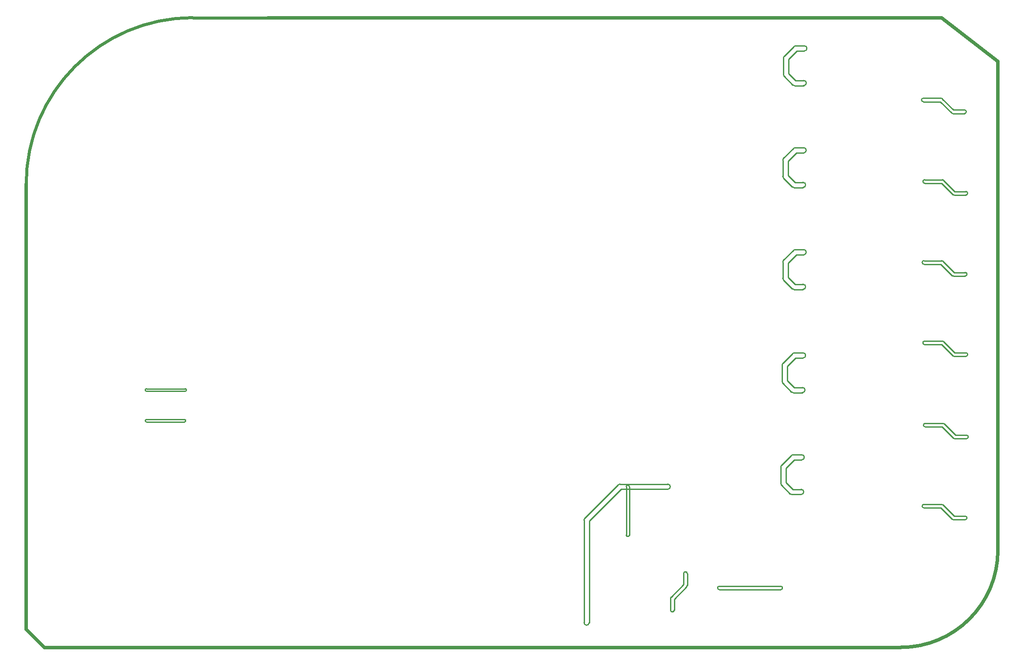
<source format=gko>
G04 Layer: BoardOutline*
G04 EasyEDA v6.4.25, 2021-10-12T19:11:13--3:00*
G04 c22c5ad297e649dda918693bc59ac449,3e531cdebb5f4b4d8e7d377dd7e3e81f,10*
G04 Gerber Generator version 0.2*
G04 Scale: 100 percent, Rotated: No, Reflected: No *
G04 Dimensions in millimeters *
G04 leading zeros omitted , absolute positions ,4 integer and 5 decimal *
%FSLAX45Y45*%
%MOMM*%

%ADD10C,0.7000*%
%ADD11C,0.6000*%
%ADD12C,0.2540*%
D10*
X9042400Y-55613300D02*
G01*
X7952486Y-54762400D01*
X7759700Y-54762400D01*
X-5130800Y-54762400D01*
X9042400Y-65125600D02*
G01*
X9042400Y-55613300D01*
D11*
X-6591300Y-54762400D02*
G01*
X-5130800Y-54762400D01*
D10*
X-9829800Y-58013600D02*
G01*
X-9829800Y-58000900D01*
X-9829800Y-66649600D01*
X-9474200Y-67005200D01*
X7035800Y-67005200D01*
X6458491Y-67005200D02*
G01*
X7156475Y-67005200D01*
G75*
G01*
X7156475Y-67005200D02*
G03*
X9042844Y-65118831I0J1886369D01*
D11*
G75*
G01*
X-9829800Y-58000900D02*
G02*
X-6597612Y-54762405I3238500J1D01*
D12*
X7594600Y-56327598D02*
G01*
X7937500Y-56327598D01*
G75*
G01*
X7937500Y-56327599D02*
G02*
X7962250Y-56337850I0J-35001D01*
X7962249Y-56337850D02*
G01*
X8180598Y-56556198D01*
X8180598Y-56556198D02*
G01*
X8394700Y-56556198D01*
G75*
G01*
X8394700Y-56556199D02*
G02*
X8394700Y-56626201I0J-35001D01*
X8394700Y-56626201D02*
G01*
X8166100Y-56626201D01*
G75*
G01*
X8166100Y-56626201D02*
G02*
X8141350Y-56615950I0J35001D01*
X8141350Y-56615949D02*
G01*
X7923001Y-56397601D01*
X7923001Y-56397601D02*
G01*
X7594600Y-56397601D01*
G75*
G01*
X7594600Y-56397601D02*
G02*
X7594600Y-56327599I0J35001D01*
X7594600Y-56327598D02*
G01*
X7594600Y-56327598D01*
X7620000Y-57912000D02*
G01*
X7962900Y-57912000D01*
G75*
G01*
X7962900Y-57912000D02*
G02*
X7987650Y-57922251I0J-35001D01*
X7987649Y-57922251D02*
G01*
X8205998Y-58140600D01*
X8205998Y-58140600D02*
G01*
X8420100Y-58140600D01*
G75*
G01*
X8420100Y-58140600D02*
G02*
X8420100Y-58210600I-298J-35000D01*
X8420100Y-58210599D02*
G01*
X8191500Y-58210599D01*
G75*
G01*
X8191500Y-58210600D02*
G02*
X8166750Y-58200348I0J35001D01*
X8166750Y-58200348D02*
G01*
X7948401Y-57981999D01*
X7948401Y-57981999D02*
G01*
X7620000Y-57981999D01*
G75*
G01*
X7620000Y-57982000D02*
G02*
X7620000Y-57912000I298J35000D01*
X7620000Y-57912000D02*
G01*
X7620000Y-57912000D01*
X7607300Y-59486800D02*
G01*
X7950200Y-59486800D01*
G75*
G01*
X7950200Y-59486800D02*
G02*
X7974950Y-59497051I0J-35001D01*
X7974949Y-59497051D02*
G01*
X8193298Y-59715400D01*
X8193298Y-59715400D02*
G01*
X8407400Y-59715400D01*
G75*
G01*
X8407400Y-59715400D02*
G02*
X8407400Y-59785400I-298J-35000D01*
X8407400Y-59785399D02*
G01*
X8178800Y-59785399D01*
G75*
G01*
X8178800Y-59785400D02*
G02*
X8154050Y-59775148I0J35001D01*
X8154050Y-59775148D02*
G01*
X7935701Y-59556799D01*
X7935701Y-59556799D02*
G01*
X7607300Y-59556799D01*
G75*
G01*
X7607300Y-59556800D02*
G02*
X7607300Y-59486800I298J35000D01*
X7607300Y-59486800D02*
G01*
X7607300Y-59486800D01*
X7620000Y-61048900D02*
G01*
X7962900Y-61048900D01*
G75*
G01*
X7962900Y-61048900D02*
G02*
X7987650Y-61059151I0J-35001D01*
X7987649Y-61059151D02*
G01*
X8205998Y-61277500D01*
X8205998Y-61277500D02*
G01*
X8420100Y-61277500D01*
G75*
G01*
X8420100Y-61277500D02*
G02*
X8420100Y-61347500I-298J-35000D01*
X8420100Y-61347499D02*
G01*
X8191500Y-61347499D01*
G75*
G01*
X8191500Y-61347500D02*
G02*
X8166750Y-61337248I0J35001D01*
X8166750Y-61337248D02*
G01*
X7948401Y-61118899D01*
X7948401Y-61118899D02*
G01*
X7620000Y-61118899D01*
G75*
G01*
X7620000Y-61118900D02*
G02*
X7620000Y-61048900I298J35000D01*
X7620000Y-61048900D02*
G01*
X7620000Y-61048900D01*
X7632700Y-62649100D02*
G01*
X7975600Y-62649100D01*
G75*
G01*
X7975600Y-62649100D02*
G02*
X8000350Y-62659351I0J-35001D01*
X8000349Y-62659351D02*
G01*
X8218698Y-62877700D01*
X8218698Y-62877700D02*
G01*
X8432800Y-62877700D01*
G75*
G01*
X8432800Y-62877700D02*
G02*
X8432800Y-62947700I-298J-35000D01*
X8432800Y-62947699D02*
G01*
X8204200Y-62947699D01*
G75*
G01*
X8204200Y-62947700D02*
G02*
X8179450Y-62937448I0J35001D01*
X8179450Y-62937448D02*
G01*
X7961101Y-62719099D01*
X7961101Y-62719099D02*
G01*
X7632700Y-62719099D01*
G75*
G01*
X7632700Y-62719100D02*
G02*
X7632700Y-62649100I298J35000D01*
X7632700Y-62649100D02*
G01*
X7632700Y-62649100D01*
X7607300Y-64223900D02*
G01*
X7950200Y-64223900D01*
G75*
G01*
X7950200Y-64223900D02*
G02*
X7974950Y-64234151I0J-35001D01*
X7974949Y-64234151D02*
G01*
X8193298Y-64452500D01*
X8193298Y-64452500D02*
G01*
X8407400Y-64452500D01*
G75*
G01*
X8407400Y-64452500D02*
G02*
X8407400Y-64522500I-298J-35000D01*
X8407400Y-64522499D02*
G01*
X8178800Y-64522499D01*
G75*
G01*
X8178800Y-64522500D02*
G02*
X8154050Y-64512248I0J35001D01*
X8154050Y-64512248D02*
G01*
X7935701Y-64293899D01*
X7935701Y-64293899D02*
G01*
X7607300Y-64293899D01*
G75*
G01*
X7607300Y-64293900D02*
G02*
X7607300Y-64223900I298J35000D01*
X7607300Y-64223900D02*
G01*
X7607300Y-64223900D01*
X5232400Y-63359799D02*
G01*
X5088135Y-63359799D01*
X5088135Y-63359799D02*
G01*
X4927099Y-63520835D01*
X4927099Y-63520835D02*
G01*
X4927099Y-63796664D01*
X4927099Y-63796664D02*
G01*
X5062735Y-63932300D01*
X5062735Y-63932300D02*
G01*
X5219700Y-63932300D01*
G75*
G01*
X5219700Y-63932300D02*
G02*
X5219700Y-64032900I0J-50300D01*
X5219700Y-64032899D02*
G01*
X5041900Y-64032899D01*
G75*
G01*
X5041900Y-64032900D02*
G02*
X5006332Y-64018168I-1J50300D01*
X5006332Y-64018167D02*
G01*
X4841232Y-63853067D01*
G75*
G01*
X4841232Y-63853068D02*
G02*
X4826500Y-63817500I35568J35567D01*
X4826500Y-63817500D02*
G01*
X4826500Y-63500000D01*
G75*
G01*
X4826500Y-63500000D02*
G02*
X4841232Y-63464432I50300J1D01*
X4841232Y-63464432D02*
G01*
X5031732Y-63273932D01*
G75*
G01*
X5031732Y-63273932D02*
G02*
X5067300Y-63259200I35567J-35568D01*
X5067300Y-63259200D02*
G01*
X5232400Y-63259200D01*
G75*
G01*
X5232400Y-63259200D02*
G02*
X5232400Y-63359800I0J-50300D01*
X5232400Y-63359799D02*
G01*
X5232400Y-63359799D01*
X5257800Y-61379100D02*
G01*
X5113535Y-61379100D01*
X5113535Y-61379100D02*
G01*
X4952499Y-61540136D01*
X4952499Y-61540136D02*
G01*
X4952499Y-61815964D01*
X4952499Y-61815964D02*
G01*
X5088135Y-61951600D01*
X5088135Y-61951600D02*
G01*
X5245100Y-61951600D01*
G75*
G01*
X5245100Y-61951601D02*
G02*
X5245100Y-62052200I0J-50299D01*
X5245100Y-62052200D02*
G01*
X5067300Y-62052200D01*
G75*
G01*
X5067300Y-62052200D02*
G02*
X5031732Y-62037468I-1J50300D01*
X5031732Y-62037468D02*
G01*
X4866632Y-61872368D01*
G75*
G01*
X4866632Y-61872368D02*
G02*
X4851900Y-61836800I35568J35567D01*
X4851900Y-61836800D02*
G01*
X4851900Y-61519300D01*
G75*
G01*
X4851900Y-61519300D02*
G02*
X4866632Y-61483733I50300J0D01*
X4866632Y-61483732D02*
G01*
X5057132Y-61293232D01*
G75*
G01*
X5057132Y-61293233D02*
G02*
X5092700Y-61278501I35567J-35567D01*
X5092700Y-61278500D02*
G01*
X5257800Y-61278500D01*
G75*
G01*
X5257800Y-61278501D02*
G02*
X5257800Y-61379100I0J-50299D01*
X5257800Y-61379100D02*
G01*
X5257800Y-61379100D01*
X5270500Y-59372500D02*
G01*
X5126235Y-59372500D01*
X5126235Y-59372500D02*
G01*
X4965199Y-59533536D01*
X4965199Y-59533536D02*
G01*
X4965199Y-59809364D01*
X4965199Y-59809364D02*
G01*
X5100835Y-59945000D01*
X5100835Y-59945000D02*
G01*
X5257800Y-59945000D01*
G75*
G01*
X5257800Y-59945001D02*
G02*
X5257800Y-60045600I0J-50299D01*
X5257800Y-60045600D02*
G01*
X5080000Y-60045600D01*
G75*
G01*
X5080000Y-60045600D02*
G02*
X5044432Y-60030868I-1J50300D01*
X5044432Y-60030868D02*
G01*
X4879332Y-59865768D01*
G75*
G01*
X4879332Y-59865768D02*
G02*
X4864600Y-59830200I35568J35567D01*
X4864600Y-59830200D02*
G01*
X4864600Y-59512700D01*
G75*
G01*
X4864600Y-59512700D02*
G02*
X4879332Y-59477133I50300J0D01*
X4879332Y-59477132D02*
G01*
X5069832Y-59286632D01*
G75*
G01*
X5069832Y-59286633D02*
G02*
X5105400Y-59271901I35567J-35567D01*
X5105400Y-59271900D02*
G01*
X5270500Y-59271900D01*
G75*
G01*
X5270500Y-59271901D02*
G02*
X5270500Y-59372500I0J-50299D01*
X5270500Y-59372500D02*
G01*
X5270500Y-59372500D01*
X5270500Y-57391300D02*
G01*
X5126235Y-57391300D01*
X5126235Y-57391300D02*
G01*
X4965199Y-57552336D01*
X4965199Y-57552336D02*
G01*
X4965199Y-57828164D01*
X4965199Y-57828164D02*
G01*
X5100835Y-57963800D01*
X5100835Y-57963800D02*
G01*
X5257800Y-57963800D01*
G75*
G01*
X5257800Y-57963801D02*
G02*
X5257800Y-58064400I0J-50299D01*
X5257800Y-58064400D02*
G01*
X5080000Y-58064400D01*
G75*
G01*
X5080000Y-58064400D02*
G02*
X5044432Y-58049668I-1J50300D01*
X5044432Y-58049668D02*
G01*
X4879332Y-57884568D01*
G75*
G01*
X4879332Y-57884568D02*
G02*
X4864600Y-57849000I35568J35567D01*
X4864600Y-57849000D02*
G01*
X4864600Y-57531500D01*
G75*
G01*
X4864600Y-57531500D02*
G02*
X4879332Y-57495933I50300J0D01*
X4879332Y-57495932D02*
G01*
X5069832Y-57305432D01*
G75*
G01*
X5069832Y-57305433D02*
G02*
X5105400Y-57290701I35567J-35567D01*
X5105400Y-57290700D02*
G01*
X5270500Y-57290700D01*
G75*
G01*
X5270500Y-57290701D02*
G02*
X5270500Y-57391300I0J-50299D01*
X5270500Y-57391300D02*
G01*
X5270500Y-57391300D01*
X5283200Y-55410100D02*
G01*
X5138935Y-55410100D01*
X5138935Y-55410100D02*
G01*
X4977899Y-55571136D01*
X4977899Y-55571136D02*
G01*
X4977899Y-55846964D01*
X4977899Y-55846964D02*
G01*
X5113535Y-55982600D01*
X5113535Y-55982600D02*
G01*
X5270500Y-55982600D01*
G75*
G01*
X5270500Y-55982601D02*
G02*
X5270500Y-56083200I0J-50299D01*
X5270500Y-56083200D02*
G01*
X5092700Y-56083200D01*
G75*
G01*
X5092700Y-56083200D02*
G02*
X5057132Y-56068468I-1J50300D01*
X5057132Y-56068468D02*
G01*
X4892032Y-55903368D01*
G75*
G01*
X4892032Y-55903368D02*
G02*
X4877300Y-55867800I35568J35567D01*
X4877300Y-55867800D02*
G01*
X4877300Y-55550300D01*
G75*
G01*
X4877300Y-55550300D02*
G02*
X4892032Y-55514733I50300J0D01*
X4892032Y-55514732D02*
G01*
X5082532Y-55324232D01*
G75*
G01*
X5082532Y-55324233D02*
G02*
X5118100Y-55309501I35567J-35567D01*
X5118100Y-55309500D02*
G01*
X5283200Y-55309500D01*
G75*
G01*
X5283200Y-55309501D02*
G02*
X5283200Y-55410100I0J-50299D01*
X5283200Y-55410100D02*
G01*
X5283200Y-55410100D01*
X3009900Y-65570100D02*
G01*
X3009900Y-65798700D01*
G75*
G01*
X3009900Y-65798700D02*
G02*
X2999649Y-65823450I-35001J0D01*
X2999648Y-65823449D02*
G01*
X2755900Y-66067198D01*
X2755900Y-66067198D02*
G01*
X2755900Y-66281300D01*
G75*
G01*
X2755900Y-66281300D02*
G02*
X2685898Y-66281300I-35001J0D01*
X2685897Y-66281300D02*
G01*
X2685897Y-66052700D01*
G75*
G01*
X2685898Y-66052700D02*
G02*
X2696149Y-66027950I35001J0D01*
X2696149Y-66027950D02*
G01*
X2939897Y-65784201D01*
X2939897Y-65784201D02*
G01*
X2939897Y-65570100D01*
G75*
G01*
X2939898Y-65570100D02*
G02*
X3009900Y-65570100I35001J0D01*
X3009900Y-65570100D02*
G01*
X3009900Y-65570100D01*
X2629293Y-63931576D02*
G01*
X1723029Y-63931576D01*
X1723029Y-63931576D02*
G01*
X1104793Y-64549812D01*
X1104793Y-64549812D02*
G01*
X1104793Y-66522876D01*
G75*
G01*
X1104793Y-66522877D02*
G02*
X1004194Y-66522877I-50299J0D01*
X1004194Y-66522876D02*
G01*
X1004194Y-64528976D01*
G75*
G01*
X1004194Y-64528977D02*
G02*
X1018926Y-64493409I50300J1D01*
X1018926Y-64493409D02*
G01*
X1666626Y-63845709D01*
G75*
G01*
X1666626Y-63845709D02*
G02*
X1702194Y-63830977I35567J-35568D01*
X1702193Y-63830977D02*
G01*
X2629293Y-63830977D01*
G75*
G01*
X2629294Y-63830977D02*
G02*
X2629294Y-63931576I0J-50300D01*
X2629293Y-63931576D02*
G01*
X2629293Y-63931576D01*
X3632200Y-65815799D02*
G01*
X4826000Y-65815799D01*
G75*
G01*
X4826000Y-65815799D02*
G02*
X4826000Y-65883201I0J-33701D01*
X4826000Y-65883200D02*
G01*
X3632200Y-65883200D01*
G75*
G01*
X3632200Y-65883201D02*
G02*
X3632200Y-65815799I0J33701D01*
X3632200Y-65815799D02*
G01*
X3632200Y-65815799D01*
X1884202Y-63880994D02*
G01*
X1884202Y-64820794D01*
G75*
G01*
X1884202Y-64820795D02*
G02*
X1824203Y-64820795I-29999J0D01*
X1824202Y-64820794D02*
G01*
X1824202Y-63880994D01*
G75*
G01*
X1824203Y-63880995D02*
G02*
X1884202Y-63880995I30000J0D01*
X1884202Y-63880994D02*
G01*
X1884202Y-63880994D01*
X-7493000Y-61976398D02*
G01*
X-6743700Y-61976398D01*
G75*
G01*
X-6743700Y-61976399D02*
G02*
X-6743700Y-62026401I0J-25001D01*
X-6743700Y-62026401D02*
G01*
X-7493000Y-62026401D01*
G75*
G01*
X-7493000Y-62026401D02*
G02*
X-7493000Y-61976399I0J25001D01*
X-7493000Y-61976398D02*
G01*
X-7493000Y-61976398D01*
X-7493000Y-62573300D02*
G01*
X-6756400Y-62573300D01*
G75*
G01*
X-6756400Y-62573300D02*
G02*
X-6756400Y-62623300I0J-25000D01*
X-6756400Y-62623299D02*
G01*
X-7493000Y-62623299D01*
G75*
G01*
X-7493000Y-62623300D02*
G02*
X-7493000Y-62573300I0J25000D01*
X-7493000Y-62573300D02*
G01*
X-7493000Y-62573300D01*

%LPD*%
M02*

</source>
